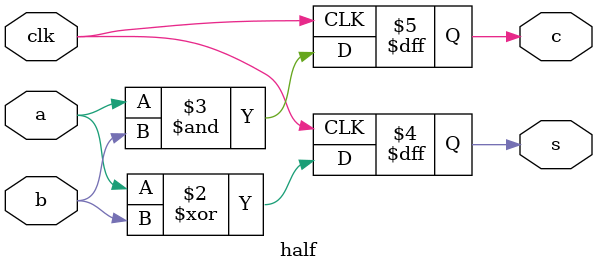
<source format=v>
module half(s,c,a,b,clk);
output reg s,c;
input a,b,clk;
always @(posedge clk)
begin
s=a^b;
c=a&b;
end 
endmodule

</source>
